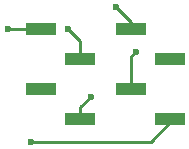
<source format=gbr>
G04 #@! TF.FileFunction,Copper,L2,Bot,Signal*
%FSLAX46Y46*%
G04 Gerber Fmt 4.6, Leading zero omitted, Abs format (unit mm)*
G04 Created by KiCad (PCBNEW 4.0.7) date 12/11/17 08:47:06*
%MOMM*%
%LPD*%
G01*
G04 APERTURE LIST*
%ADD10C,0.100000*%
%ADD11R,2.510000X1.000000*%
%ADD12C,0.600000*%
%ADD13C,0.250000*%
G04 APERTURE END LIST*
D10*
D11*
X132965000Y-114300000D03*
X132965000Y-109220000D03*
X136275000Y-116840000D03*
X136275000Y-111760000D03*
X128655000Y-111760000D03*
X128655000Y-116840000D03*
X125345000Y-109220000D03*
X125345000Y-114300000D03*
D12*
X133350000Y-111125000D03*
X129540000Y-114935000D03*
X127635000Y-109220000D03*
X122555000Y-109220000D03*
X131699000Y-107315000D03*
X124460000Y-118745000D03*
D13*
X132965000Y-111510000D02*
X132965000Y-114300000D01*
X133350000Y-111125000D02*
X132965000Y-111510000D01*
X128655000Y-115820000D02*
X128655000Y-116840000D01*
X129540000Y-114935000D02*
X128655000Y-115820000D01*
X128655000Y-110240000D02*
X128655000Y-111760000D01*
X127635000Y-109220000D02*
X128655000Y-110240000D01*
X122555000Y-109220000D02*
X125345000Y-109220000D01*
X132965000Y-108581000D02*
X132965000Y-109220000D01*
X131699000Y-107315000D02*
X132965000Y-108581000D01*
X134620000Y-118745000D02*
X136275000Y-117090000D01*
X124460000Y-118745000D02*
X134620000Y-118745000D01*
X136275000Y-117090000D02*
X136275000Y-116840000D01*
M02*

</source>
